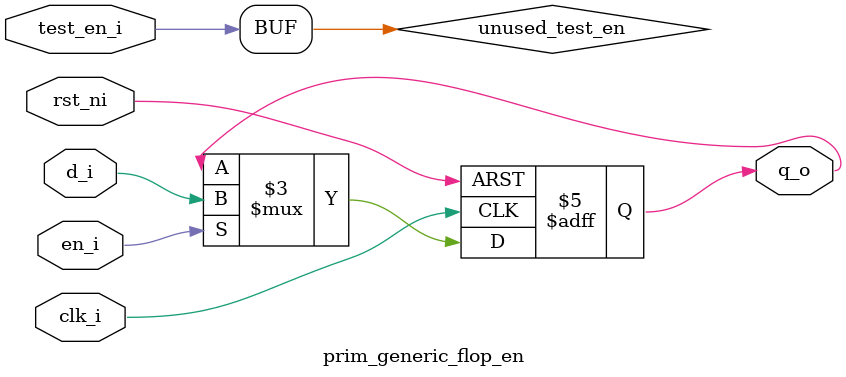
<source format=sv>

`include "prim_assert.sv"

module prim_generic_flop_en #(
  parameter int               Width      = 1,
  parameter logic [Width-1:0] ResetValue = 0
) (
  input                    clk_i,
  input                    rst_ni,
  // This is irrelevant for the generic model.
  // In the ASIC version, this may be used to bypass
  // the clock gate, in case the enable flop has to be
  // constructed using a clock gate and a normal flop.
  input                    test_en_i,
  input                    en_i,
  input        [Width-1:0] d_i,
  output logic [Width-1:0] q_o
);

  logic unused_test_en;
  assign unused_test_en = test_en_i;

  always_ff @(posedge clk_i or negedge rst_ni) begin
    if (!rst_ni) begin
      q_o <= ResetValue;
    end else if (en_i) begin
      q_o <= d_i;
    end
  end

endmodule

</source>
